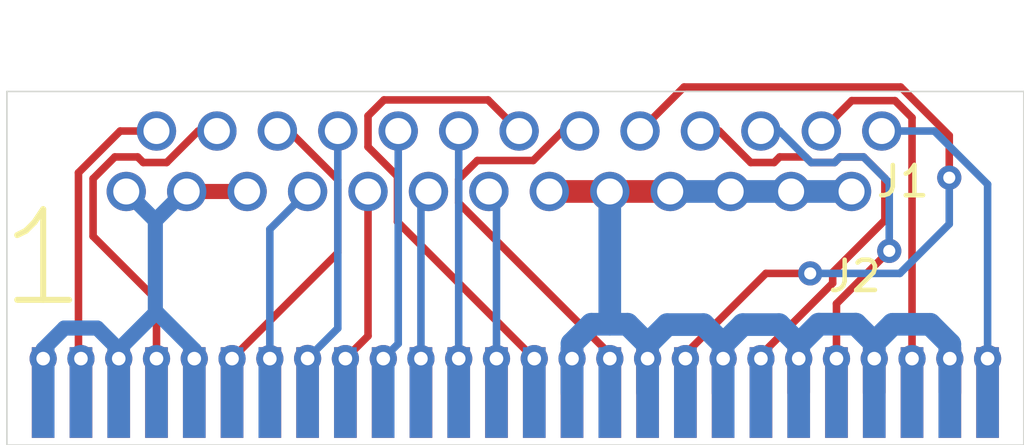
<source format=kicad_pcb>
(kicad_pcb (version 20171130) (host pcbnew "(5.1.5)-3")

  (general
    (thickness 1.6)
    (drawings 5)
    (tracks 185)
    (zones 0)
    (modules 2)
    (nets 20)
  )

  (page A4)
  (layers
    (0 F.Cu signal)
    (31 B.Cu signal)
    (32 B.Adhes user)
    (33 F.Adhes user)
    (34 B.Paste user)
    (35 F.Paste user)
    (36 B.SilkS user)
    (37 F.SilkS user)
    (38 B.Mask user)
    (39 F.Mask user)
    (40 Dwgs.User user)
    (41 Cmts.User user)
    (42 Eco1.User user)
    (43 Eco2.User user)
    (44 Edge.Cuts user)
    (45 Margin user)
    (46 B.CrtYd user)
    (47 F.CrtYd user)
    (48 B.Fab user)
    (49 F.Fab user)
  )

  (setup
    (last_trace_width 0.25)
    (user_trace_width 0.25)
    (user_trace_width 0.75)
    (trace_clearance 0.2)
    (zone_clearance 0.508)
    (zone_45_only no)
    (trace_min 0.2)
    (via_size 0.8)
    (via_drill 0.4)
    (via_min_size 0.4)
    (via_min_drill 0.3)
    (uvia_size 0.3)
    (uvia_drill 0.1)
    (uvias_allowed no)
    (uvia_min_size 0.2)
    (uvia_min_drill 0.1)
    (edge_width 0.05)
    (segment_width 0.2)
    (pcb_text_width 0.3)
    (pcb_text_size 1.5 1.5)
    (mod_edge_width 0.12)
    (mod_text_size 1 1)
    (mod_text_width 0.15)
    (pad_size 1.7 1.7)
    (pad_drill 1)
    (pad_to_mask_clearance 0.051)
    (solder_mask_min_width 0.25)
    (aux_axis_origin 0 0)
    (visible_elements 7FFFFFFF)
    (pcbplotparams
      (layerselection 0x010fc_ffffffff)
      (usegerberextensions false)
      (usegerberattributes false)
      (usegerberadvancedattributes false)
      (creategerberjobfile false)
      (excludeedgelayer true)
      (linewidth 0.100000)
      (plotframeref false)
      (viasonmask false)
      (mode 1)
      (useauxorigin false)
      (hpglpennumber 1)
      (hpglpenspeed 20)
      (hpglpendiameter 15.000000)
      (psnegative false)
      (psa4output false)
      (plotreference true)
      (plotvalue true)
      (plotinvisibletext false)
      (padsonsilk false)
      (subtractmaskfromsilk false)
      (outputformat 1)
      (mirror false)
      (drillshape 0)
      (scaleselection 1)
      (outputdirectory "gerber/"))
  )

  (net 0 "")
  (net 1 "Net-(J1-Pad26)")
  (net 2 "Net-(J1-Pad24)")
  (net 3 "Net-(J1-Pad2)")
  (net 4 "Net-(J1-Pad4)")
  (net 5 "Net-(J1-Pad6)")
  (net 6 "Net-(J1-Pad7)")
  (net 7 "Net-(J1-Pad8)")
  (net 8 "Net-(J1-Pad9)")
  (net 9 "Net-(J1-Pad10)")
  (net 10 "Net-(J1-Pad11)")
  (net 11 "Net-(J1-Pad12)")
  (net 12 "Net-(J1-Pad13)")
  (net 13 "Net-(J1-Pad14)")
  (net 14 "Net-(J1-Pad16)")
  (net 15 "Net-(J1-Pad18)")
  (net 16 "Net-(J1-Pad20)")
  (net 17 "Net-(J1-Pad22)")
  (net 18 GND)
  (net 19 VCC)

  (net_class Default "This is the default net class."
    (clearance 0.2)
    (trace_width 0.25)
    (via_dia 0.8)
    (via_drill 0.4)
    (uvia_dia 0.3)
    (uvia_drill 0.1)
    (add_net "Net-(J1-Pad10)")
    (add_net "Net-(J1-Pad11)")
    (add_net "Net-(J1-Pad12)")
    (add_net "Net-(J1-Pad13)")
    (add_net "Net-(J1-Pad14)")
    (add_net "Net-(J1-Pad16)")
    (add_net "Net-(J1-Pad18)")
    (add_net "Net-(J1-Pad2)")
    (add_net "Net-(J1-Pad20)")
    (add_net "Net-(J1-Pad22)")
    (add_net "Net-(J1-Pad24)")
    (add_net "Net-(J1-Pad26)")
    (add_net "Net-(J1-Pad4)")
    (add_net "Net-(J1-Pad6)")
    (add_net "Net-(J1-Pad7)")
    (add_net "Net-(J1-Pad8)")
    (add_net "Net-(J1-Pad9)")
  )

  (net_class power ""
    (clearance 0.3)
    (trace_width 0.75)
    (via_dia 1.5)
    (via_drill 0.8)
    (uvia_dia 0.3)
    (uvia_drill 0.1)
    (add_net GND)
  )

  (net_class power2 ""
    (clearance 0.3)
    (trace_width 0.5)
    (via_dia 1)
    (via_drill 0.5)
    (uvia_dia 0.3)
    (uvia_drill 0.1)
    (add_net VCC)
  )

  (module Connector:26pin_ffc_1mm (layer F.Cu) (tedit 63349608) (tstamp 62F71149)
    (at 124.142 52.8955 180)
    (path /62F6AA14)
    (fp_text reference J2 (at 0.89408 -7.51586) (layer F.SilkS)
      (effects (font (size 1 1) (thickness 0.15)))
    )
    (fp_text value Conn_01x26_Female (at 12.7381 0.7747) (layer F.Fab)
      (effects (font (size 1 1) (thickness 0.15)))
    )
    (fp_line (start -0.0381 -1.47066) (end -0.0381 -0.20066) (layer B.Paste) (width 0.12))
    (fp_line (start 0.99568 -1.4478) (end 0.99568 -0.1778) (layer B.Paste) (width 0.12))
    (fp_line (start 2.07518 -1.45796) (end 2.07518 -0.18796) (layer B.Paste) (width 0.12))
    (fp_line (start 4.21894 -1.44272) (end 2.94894 -1.44272) (layer B.Paste) (width 0.12))
    (fp_line (start 3.03784 -0.18796) (end 3.03784 -1.45796) (layer B.Paste) (width 0.12))
    (fp_line (start 5.48894 -0.17272) (end 4.21894 -0.17272) (layer B.Paste) (width 0.12))
    (fp_line (start 4.0132 -1.47066) (end 4.0132 -0.20066) (layer B.Paste) (width 0.12))
    (fp_line (start 6.75894 -1.44272) (end 5.48894 -1.44272) (layer B.Paste) (width 0.12))
    (fp_line (start 5.02158 -0.17526) (end 5.02158 -1.44526) (layer B.Paste) (width 0.12))
    (fp_line (start 8.02894 -0.17272) (end 6.75894 -0.17272) (layer B.Paste) (width 0.12))
    (fp_line (start 6.0198 -1.44526) (end 6.0198 -0.17526) (layer B.Paste) (width 0.12))
    (fp_line (start 9.29894 -1.44272) (end 8.02894 -1.44272) (layer B.Paste) (width 0.12))
    (fp_line (start 7.02818 -0.17526) (end 7.02818 -1.44526) (layer B.Paste) (width 0.12))
    (fp_line (start 10.56894 -0.17272) (end 9.29894 -0.17272) (layer B.Paste) (width 0.12))
    (fp_line (start 8.01878 -1.44526) (end 8.01878 -0.17526) (layer B.Paste) (width 0.12))
    (fp_line (start 11.83894 -1.44272) (end 10.56894 -1.44272) (layer B.Paste) (width 0.12))
    (fp_line (start 8.96874 -0.18796) (end 8.96874 -1.45796) (layer B.Paste) (width 0.12))
    (fp_line (start 13.10894 -0.17272) (end 11.83894 -0.17272) (layer B.Paste) (width 0.12))
    (fp_line (start 10.01014 -1.4351) (end 10.01014 -0.1651) (layer B.Paste) (width 0.12))
    (fp_line (start 14.37894 -1.44272) (end 13.10894 -1.44272) (layer B.Paste) (width 0.12))
    (fp_line (start 11.04138 -0.17526) (end 11.04138 -1.44526) (layer B.Paste) (width 0.12))
    (fp_line (start 15.64894 -0.17272) (end 14.37894 -0.17272) (layer B.Paste) (width 0.12))
    (fp_line (start 12.00404 -1.44526) (end 12.00404 -0.17526) (layer B.Paste) (width 0.12))
    (fp_line (start 16.91894 -1.44272) (end 15.64894 -1.44272) (layer B.Paste) (width 0.12))
    (fp_line (start 13.02766 -0.17018) (end 13.02766 -1.44018) (layer B.Paste) (width 0.12))
    (fp_line (start 18.18894 -0.17272) (end 16.91894 -0.17272) (layer B.Paste) (width 0.12))
    (fp_line (start 14.01318 -1.44526) (end 14.01318 -0.17526) (layer B.Paste) (width 0.12))
    (fp_line (start 19.45894 -1.44272) (end 18.18894 -1.44272) (layer B.Paste) (width 0.12))
    (fp_line (start 15.01394 -0.18034) (end 15.01394 -1.45034) (layer B.Paste) (width 0.12))
    (fp_line (start 20.72894 -0.17272) (end 19.45894 -0.17272) (layer B.Paste) (width 0.12))
    (fp_line (start 15.99692 -1.44526) (end 15.99692 -0.17526) (layer B.Paste) (width 0.12))
    (fp_line (start 21.99894 -1.44272) (end 20.72894 -1.44272) (layer B.Paste) (width 0.12))
    (fp_line (start 17.04594 -0.17018) (end 17.04594 -1.44018) (layer B.Paste) (width 0.12))
    (fp_line (start 23.26894 -0.17272) (end 21.99894 -0.17272) (layer B.Paste) (width 0.12))
    (fp_line (start 17.99082 -1.44526) (end 17.99082 -0.17526) (layer B.Paste) (width 0.12))
    (fp_line (start 24.53894 -1.44272) (end 23.26894 -1.44272) (layer B.Paste) (width 0.12))
    (fp_line (start 18.98142 -0.17526) (end 18.98142 -1.44526) (layer B.Paste) (width 0.12))
    (fp_line (start 25.80894 -0.17272) (end 24.53894 -0.17272) (layer B.Paste) (width 0.12))
    (fp_line (start 19.95424 -1.45034) (end 19.95424 -0.18034) (layer B.Paste) (width 0.12))
    (fp_line (start 21.00326 -0.18034) (end 21.00326 -1.45034) (layer B.Paste) (width 0.12))
    (fp_line (start 21.99894 -1.44272) (end 21.99894 -0.17272) (layer B.Paste) (width 0.12))
    (fp_line (start 23.01494 -0.17272) (end 23.01494 -1.44272) (layer B.Paste) (width 0.12))
    (fp_line (start 24.08174 -1.44272) (end 24.08174 -0.17272) (layer B.Paste) (width 0.12))
    (fp_line (start 25.06472 -0.16256) (end 25.06472 -1.43256) (layer B.Paste) (width 0.12))
    (fp_line (start -2 -1.44272) (end 26 -1.44272) (layer B.Paste) (width 0.12))
    (fp_line (start 26 -6.56272) (end 26 -0.17272) (layer B.Paste) (width 0.12))
    (fp_line (start -2 -6.56272) (end -2 -0.17272) (layer B.Paste) (width 0.12))
    (fp_line (start 26 -0.17272) (end -2 -0.17272) (layer B.Paste) (width 0.12))
    (fp_line (start -2 -6.56272) (end 26 -6.56272) (layer B.Paste) (width 0.12))
    (pad 25 thru_hole circle (at 1 -4.713 180) (size 1.3 1.3) (drill 0.86) (layers *.Cu *.Mask)
      (net 18 GND))
    (pad 26 thru_hole circle (at 0 -2.71272 180) (size 1.3 1.3) (drill 0.86) (layers *.Cu *.Mask)
      (net 1 "Net-(J1-Pad26)"))
    (pad 24 thru_hole circle (at 2 -2.71272 180) (size 1.3 1.3) (drill 0.86) (layers *.Cu *.Mask)
      (net 2 "Net-(J1-Pad24)"))
    (pad 1 thru_hole circle (at 25 -4.713 180) (size 1.3 1.3) (drill 0.86) (layers *.Cu *.Mask)
      (net 19 VCC))
    (pad 2 thru_hole circle (at 24 -2.71272 180) (size 1.3 1.3) (drill 0.86) (layers *.Cu *.Mask)
      (net 3 "Net-(J1-Pad2)"))
    (pad 3 thru_hole circle (at 23 -4.713 180) (size 1.3 1.3) (drill 0.86) (layers *.Cu *.Mask)
      (net 19 VCC))
    (pad 4 thru_hole circle (at 22 -2.71272 180) (size 1.3 1.3) (drill 0.86) (layers *.Cu *.Mask)
      (net 4 "Net-(J1-Pad4)"))
    (pad 5 thru_hole circle (at 21 -4.713 180) (size 1.3 1.3) (drill 0.86) (layers *.Cu *.Mask)
      (net 19 VCC))
    (pad 6 thru_hole circle (at 20 -2.71272 180) (size 1.3 1.3) (drill 0.86) (layers *.Cu *.Mask)
      (net 5 "Net-(J1-Pad6)"))
    (pad 7 thru_hole circle (at 19 -4.713 180) (size 1.3 1.3) (drill 0.86) (layers *.Cu *.Mask)
      (net 6 "Net-(J1-Pad7)"))
    (pad 8 thru_hole circle (at 18 -2.71272 180) (size 1.3 1.3) (drill 0.86) (layers *.Cu *.Mask)
      (net 7 "Net-(J1-Pad8)"))
    (pad 9 thru_hole circle (at 17 -4.713 180) (size 1.3 1.3) (drill 0.86) (layers *.Cu *.Mask)
      (net 8 "Net-(J1-Pad9)"))
    (pad 10 thru_hole circle (at 16 -2.71272 180) (size 1.3 1.3) (drill 0.86) (layers *.Cu *.Mask)
      (net 9 "Net-(J1-Pad10)"))
    (pad 11 thru_hole circle (at 15 -4.713 180) (size 1.3 1.3) (drill 0.86) (layers *.Cu *.Mask)
      (net 10 "Net-(J1-Pad11)"))
    (pad 12 thru_hole circle (at 14 -2.71272 180) (size 1.3 1.3) (drill 0.86) (layers *.Cu *.Mask)
      (net 11 "Net-(J1-Pad12)"))
    (pad 13 thru_hole circle (at 13 -4.713 180) (size 1.3 1.3) (drill 0.86) (layers *.Cu *.Mask)
      (net 12 "Net-(J1-Pad13)"))
    (pad 14 thru_hole circle (at 12 -2.71272 180) (size 1.3 1.3) (drill 0.86) (layers *.Cu *.Mask)
      (net 13 "Net-(J1-Pad14)"))
    (pad 15 thru_hole circle (at 11 -4.713 180) (size 1.3 1.3) (drill 0.86) (layers *.Cu *.Mask)
      (net 18 GND))
    (pad 16 thru_hole circle (at 10 -2.71272 180) (size 1.3 1.3) (drill 0.86) (layers *.Cu *.Mask)
      (net 14 "Net-(J1-Pad16)"))
    (pad 17 thru_hole circle (at 9 -4.713 180) (size 1.3 1.3) (drill 0.86) (layers *.Cu *.Mask)
      (net 18 GND))
    (pad 18 thru_hole circle (at 8 -2.71272 180) (size 1.3 1.3) (drill 0.86) (layers *.Cu *.Mask)
      (net 15 "Net-(J1-Pad18)"))
    (pad 19 thru_hole circle (at 7 -4.713 180) (size 1.3 1.3) (drill 0.86) (layers *.Cu *.Mask)
      (net 18 GND))
    (pad 20 thru_hole circle (at 6 -2.71272 180) (size 1.3 1.3) (drill 0.86) (layers *.Cu *.Mask)
      (net 16 "Net-(J1-Pad20)"))
    (pad 21 thru_hole circle (at 5 -4.713 180) (size 1.3 1.3) (drill 0.86) (layers *.Cu *.Mask)
      (net 18 GND))
    (pad 22 thru_hole circle (at 4 -2.71272 180) (size 1.3 1.3) (drill 0.86) (layers *.Cu *.Mask)
      (net 17 "Net-(J1-Pad22)"))
    (pad 23 thru_hole circle (at 3 -4.713 180) (size 1.3 1.3) (drill 0.86) (layers *.Cu *.Mask)
      (net 18 GND))
  )

  (module Connector:fdd_26_pin_insert_both_sides (layer F.Cu) (tedit 63B1D47D) (tstamp 62F710FA)
    (at 96.393 64.389)
    (path /62F680CE)
    (fp_text reference J1 (at 28.448 -7.112) (layer F.SilkS)
      (effects (font (size 1 1) (thickness 0.15)))
    )
    (fp_text value Conn_01x26_Female (at 14.28496 -5.74802) (layer F.Fab)
      (effects (font (size 1 1) (thickness 0.15)))
    )
    (pad 26 thru_hole circle (at 31.25 -1.25) (size 0.9 0.9) (drill 0.45) (layers *.Cu *.Mask)
      (net 1 "Net-(J1-Pad26)"))
    (pad 25 thru_hole circle (at 30 -1.25) (size 0.9 0.9) (drill 0.45) (layers *.Cu *.Mask)
      (net 18 GND))
    (pad 24 thru_hole circle (at 28.75 -1.25) (size 0.9 0.9) (drill 0.45) (layers *.Cu *.Mask)
      (net 2 "Net-(J1-Pad24)"))
    (pad 23 thru_hole circle (at 27.5 -1.25) (size 0.9 0.9) (drill 0.45) (layers *.Cu *.Mask)
      (net 18 GND))
    (pad 22 thru_hole circle (at 26.25 -1.25) (size 0.9 0.9) (drill 0.45) (layers *.Cu *.Mask)
      (net 17 "Net-(J1-Pad22)"))
    (pad 21 thru_hole circle (at 25 -1.25) (size 0.9 0.9) (drill 0.45) (layers *.Cu *.Mask)
      (net 18 GND))
    (pad 20 thru_hole circle (at 23.75 -1.25) (size 0.9 0.9) (drill 0.45) (layers *.Cu *.Mask)
      (net 16 "Net-(J1-Pad20)"))
    (pad 19 thru_hole circle (at 22.5 -1.25) (size 0.9 0.9) (drill 0.45) (layers *.Cu *.Mask)
      (net 18 GND))
    (pad 18 thru_hole circle (at 21.25 -1.25) (size 0.9 0.9) (drill 0.45) (layers *.Cu *.Mask)
      (net 15 "Net-(J1-Pad18)"))
    (pad 17 thru_hole circle (at 20 -1.25) (size 0.9 0.9) (drill 0.45) (layers *.Cu *.Mask)
      (net 18 GND))
    (pad 16 thru_hole circle (at 18.75 -1.25) (size 0.9 0.9) (drill 0.45) (layers *.Cu *.Mask)
      (net 14 "Net-(J1-Pad16)"))
    (pad 15 thru_hole circle (at 17.5 -1.25 90) (size 0.9 0.9) (drill 0.45) (layers *.Cu *.Mask)
      (net 18 GND))
    (pad 14 thru_hole circle (at 16.25 -1.25) (size 0.9 0.9) (drill 0.45) (layers *.Cu *.Mask)
      (net 13 "Net-(J1-Pad14)"))
    (pad 13 thru_hole circle (at 15 -1.25) (size 0.9 0.9) (drill 0.45) (layers *.Cu *.Mask)
      (net 12 "Net-(J1-Pad13)"))
    (pad 12 thru_hole circle (at 13.75 -1.25) (size 0.9 0.9) (drill 0.45) (layers *.Cu *.Mask)
      (net 11 "Net-(J1-Pad12)"))
    (pad 11 thru_hole circle (at 12.5 -1.25) (size 0.9 0.9) (drill 0.45) (layers *.Cu *.Mask)
      (net 10 "Net-(J1-Pad11)"))
    (pad 10 thru_hole circle (at 11.25474 -1.25) (size 0.9 0.9) (drill 0.45) (layers *.Cu *.Mask)
      (net 9 "Net-(J1-Pad10)"))
    (pad 9 thru_hole circle (at 10 -1.25) (size 0.9 0.9) (drill 0.45) (layers *.Cu *.Mask)
      (net 8 "Net-(J1-Pad9)"))
    (pad 8 thru_hole circle (at 8.75 -1.25476) (size 0.9 0.9) (drill 0.45) (layers *.Cu *.Mask)
      (net 7 "Net-(J1-Pad8)"))
    (pad 7 thru_hole circle (at 7.5 -1.25) (size 0.9 0.9) (drill 0.45) (layers *.Cu *.Mask)
      (net 6 "Net-(J1-Pad7)"))
    (pad 6 thru_hole circle (at 6.25 -1.25) (size 0.9 0.9) (drill 0.45) (layers *.Cu *.Mask)
      (net 5 "Net-(J1-Pad6)"))
    (pad 5 thru_hole circle (at 5 -1.25) (size 0.9 0.9) (drill 0.45) (layers *.Cu *.Mask)
      (net 19 VCC))
    (pad 4 thru_hole circle (at 3.75 -1.25) (size 0.9 0.9) (drill 0.45) (layers *.Cu *.Mask)
      (net 4 "Net-(J1-Pad4)"))
    (pad 3 thru_hole circle (at 2.5 -1.25) (size 0.9 0.9) (drill 0.45) (layers *.Cu *.Mask)
      (net 19 VCC))
    (pad 2 thru_hole circle (at 1.25 -1.25 90) (size 0.9 0.9) (drill 0.45) (layers *.Cu *.Mask)
      (net 3 "Net-(J1-Pad2)"))
    (pad 1 thru_hole circle (at 0 -1.25) (size 0.9 0.9) (drill 0.45) (layers *.Cu *.Mask)
      (net 19 VCC))
    (pad 26 connect rect (at 31.25 -0.127) (size 0.75 3) (layers F.Cu B.Mask)
      (net 1 "Net-(J1-Pad26)"))
    (pad 25 connect rect (at 30 -0.127) (size 0.75 3) (layers F.Cu B.Mask)
      (net 18 GND))
    (pad 24 connect rect (at 28.75 -0.127) (size 0.75 3) (layers F.Cu B.Mask)
      (net 2 "Net-(J1-Pad24)"))
    (pad 23 connect rect (at 27.5 -0.127) (size 0.75 3) (layers F.Cu B.Mask)
      (net 18 GND))
    (pad 22 connect rect (at 26.25 -0.127) (size 0.75 3) (layers F.Cu B.Mask)
      (net 17 "Net-(J1-Pad22)"))
    (pad 21 connect rect (at 25 -0.127) (size 0.75 3) (layers F.Cu B.Mask)
      (net 18 GND))
    (pad 20 connect rect (at 23.75 -0.127) (size 0.75 3) (layers F.Cu B.Mask)
      (net 16 "Net-(J1-Pad20)"))
    (pad 19 connect rect (at 22.5 -0.127) (size 0.75 3) (layers F.Cu B.Mask)
      (net 18 GND))
    (pad 18 connect rect (at 21.25 -0.127) (size 0.75 3) (layers F.Cu B.Mask)
      (net 15 "Net-(J1-Pad18)"))
    (pad 17 connect rect (at 20 -0.127) (size 0.75 3) (layers F.Cu B.Mask)
      (net 18 GND))
    (pad 16 connect rect (at 18.75 -0.127) (size 0.75 3) (layers F.Cu B.Mask)
      (net 14 "Net-(J1-Pad16)"))
    (pad 15 connect rect (at 17.5 -0.127) (size 0.75 3) (layers F.Cu B.Mask)
      (net 18 GND))
    (pad 14 connect rect (at 16.25 -0.127) (size 0.75 3) (layers F.Cu B.Mask)
      (net 13 "Net-(J1-Pad14)"))
    (pad 13 connect rect (at 15 -0.127) (size 0.75 3) (layers F.Cu B.Mask)
      (net 12 "Net-(J1-Pad13)"))
    (pad 12 connect rect (at 13.75 -0.127) (size 0.75 3) (layers F.Cu B.Mask)
      (net 11 "Net-(J1-Pad12)"))
    (pad 11 connect rect (at 12.5 -0.127) (size 0.75 3) (layers F.Cu B.Mask)
      (net 10 "Net-(J1-Pad11)"))
    (pad 10 connect rect (at 11.25 -0.127) (size 0.75 3) (layers F.Cu B.Mask)
      (net 9 "Net-(J1-Pad10)"))
    (pad 9 connect rect (at 10 -0.127) (size 0.75 3) (layers F.Cu B.Mask)
      (net 8 "Net-(J1-Pad9)"))
    (pad 8 connect rect (at 8.75 -0.127) (size 0.75 3) (layers F.Cu B.Mask)
      (net 7 "Net-(J1-Pad8)"))
    (pad 7 connect rect (at 7.5 -0.127) (size 0.75 3) (layers F.Cu B.Mask)
      (net 6 "Net-(J1-Pad7)"))
    (pad 6 connect rect (at 6.25 -0.127) (size 0.75 3) (layers F.Cu B.Mask)
      (net 5 "Net-(J1-Pad6)"))
    (pad 5 connect rect (at 5 -0.127) (size 0.75 3) (layers F.Cu B.Mask)
      (net 19 VCC))
    (pad 4 connect rect (at 3.75 -0.127) (size 0.75 3) (layers F.Cu B.Mask)
      (net 4 "Net-(J1-Pad4)"))
    (pad 3 connect rect (at 2.5 -0.127) (size 0.75 3) (layers F.Cu B.Mask)
      (net 19 VCC))
    (pad 2 connect rect (at 1.25 -0.127) (size 0.75 3) (layers F.Cu B.Mask)
      (net 3 "Net-(J1-Pad2)"))
    (pad 1 connect rect (at 0 -0.127) (size 0.75 3) (layers F.Cu B.Mask)
      (net 19 VCC))
    (pad 1 connect rect (at 0 -0.127) (size 0.75 3) (layers B.Cu B.Mask)
      (net 19 VCC))
    (pad 2 connect rect (at 1.25 -0.127) (size 0.75 3) (layers B.Cu B.Mask)
      (net 3 "Net-(J1-Pad2)"))
    (pad 3 connect rect (at 2.5 -0.127) (size 0.75 3) (layers B.Cu B.Mask)
      (net 19 VCC))
    (pad 4 connect rect (at 3.75 -0.127) (size 0.75 3) (layers B.Cu B.Mask)
      (net 4 "Net-(J1-Pad4)"))
    (pad 5 connect rect (at 5 -0.127) (size 0.75 3) (layers B.Cu B.Mask)
      (net 19 VCC))
    (pad 6 connect rect (at 6.25 -0.127) (size 0.75 3) (layers B.Cu B.Mask)
      (net 5 "Net-(J1-Pad6)"))
    (pad 7 connect rect (at 7.5 -0.127) (size 0.75 3) (layers B.Cu B.Mask)
      (net 6 "Net-(J1-Pad7)"))
    (pad 8 connect rect (at 8.75 -0.127) (size 0.75 3) (layers B.Cu B.Mask)
      (net 7 "Net-(J1-Pad8)"))
    (pad 9 connect rect (at 10 -0.127) (size 0.75 3) (layers B.Cu B.Mask)
      (net 8 "Net-(J1-Pad9)"))
    (pad 10 connect rect (at 11.25 -0.127) (size 0.75 3) (layers B.Cu B.Mask)
      (net 9 "Net-(J1-Pad10)"))
    (pad 11 connect rect (at 12.5 -0.127) (size 0.75 3) (layers B.Cu B.Mask)
      (net 10 "Net-(J1-Pad11)"))
    (pad 12 connect rect (at 13.75 -0.127) (size 0.75 3) (layers B.Cu B.Mask)
      (net 11 "Net-(J1-Pad12)"))
    (pad 13 connect rect (at 15 -0.127) (size 0.75 3) (layers B.Cu B.Mask)
      (net 12 "Net-(J1-Pad13)"))
    (pad 14 connect rect (at 16.25 -0.127) (size 0.75 3) (layers B.Cu B.Mask)
      (net 13 "Net-(J1-Pad14)"))
    (pad 15 connect rect (at 17.5 -0.127) (size 0.75 3) (layers B.Cu B.Mask)
      (net 18 GND))
    (pad 16 connect rect (at 18.75 -0.127) (size 0.75 3) (layers B.Cu B.Mask)
      (net 14 "Net-(J1-Pad16)"))
    (pad 17 connect rect (at 20 -0.127) (size 0.75 3) (layers B.Cu B.Mask)
      (net 18 GND))
    (pad 18 connect rect (at 21.25 -0.127) (size 0.75 3) (layers B.Cu B.Mask)
      (net 15 "Net-(J1-Pad18)"))
    (pad 19 connect rect (at 22.5 -0.127) (size 0.75 3) (layers B.Cu B.Mask)
      (net 18 GND))
    (pad 20 connect rect (at 23.75 -0.127) (size 0.75 3) (layers B.Cu B.Mask)
      (net 16 "Net-(J1-Pad20)"))
    (pad 21 connect rect (at 25 -0.127) (size 0.75 3) (layers B.Cu B.Mask)
      (net 18 GND))
    (pad 22 connect rect (at 26.25 -0.127) (size 0.75 3) (layers B.Cu B.Mask)
      (net 17 "Net-(J1-Pad22)"))
    (pad 23 connect rect (at 27.5 -0.127) (size 0.75 3) (layers B.Cu B.Mask)
      (net 18 GND))
    (pad 24 connect rect (at 28.75 -0.127) (size 0.75 3) (layers B.Cu B.Mask)
      (net 2 "Net-(J1-Pad24)"))
    (pad 25 connect rect (at 30 -0.127) (size 0.75 3) (layers B.Cu B.Mask)
      (net 18 GND))
    (pad 26 connect rect (at 31.25 -0.127) (size 0.75 3) (layers B.Cu B.Mask)
      (net 1 "Net-(J1-Pad26)"))
  )

  (gr_text 1 (at 96.393 59.817) (layer F.SilkS)
    (effects (font (size 3 3) (thickness 0.2)))
  )
  (gr_line (start 128.843 66) (end 95.193 66) (layer Edge.Cuts) (width 0.05))
  (gr_line (start 95.193 66) (end 95.193 54.3) (layer Edge.Cuts) (width 0.05))
  (gr_line (start 128.843 54.3) (end 128.843 66) (layer Edge.Cuts) (width 0.05))
  (gr_line (start 95.193 54.3) (end 128.843 54.3) (layer Edge.Cuts) (width 0.05))

  (segment (start 127.643 63.139) (end 127.643 57.3712) (width 0.25) (layer B.Cu) (net 1))
  (segment (start 127.643 57.3712) (end 125.88 55.6082) (width 0.25) (layer B.Cu) (net 1))
  (segment (start 125.88 55.6082) (end 124.142 55.6082) (width 0.25) (layer B.Cu) (net 1))
  (segment (start 127.643 64.262) (end 127.643 63.139) (width 0.25) (layer B.Cu) (net 1))
  (segment (start 127.643 64.262) (end 127.643 63.139) (width 0.25) (layer F.Cu) (net 1))
  (segment (start 125.143 63.139) (end 125.143 55.1681) (width 0.25) (layer F.Cu) (net 2))
  (segment (start 125.143 55.1681) (end 124.5774 54.6025) (width 0.25) (layer F.Cu) (net 2))
  (segment (start 124.5774 54.6025) (end 123.1477 54.6025) (width 0.25) (layer F.Cu) (net 2))
  (segment (start 123.1477 54.6025) (end 122.142 55.6082) (width 0.25) (layer F.Cu) (net 2))
  (segment (start 125.143 64.262) (end 125.143 63.139) (width 0.25) (layer F.Cu) (net 2))
  (segment (start 125.143 64.262) (end 125.143 63.139) (width 0.25) (layer B.Cu) (net 2))
  (segment (start 97.643 63.139) (end 97.643 64.262) (width 0.25) (layer F.Cu) (net 3))
  (segment (start 100.142 55.6082) (end 98.9398 55.6082) (width 0.25) (layer F.Cu) (net 3))
  (segment (start 98.9398 55.6082) (end 97.561 56.987) (width 0.25) (layer F.Cu) (net 3))
  (segment (start 97.561 56.987) (end 97.561 63.057) (width 0.25) (layer F.Cu) (net 3))
  (segment (start 97.561 63.057) (end 97.643 63.139) (width 0.25) (layer F.Cu) (net 3))
  (segment (start 97.643 64.262) (end 97.643 63.139) (width 0.25) (layer B.Cu) (net 3))
  (segment (start 100.143 64.262) (end 100.143 63.139) (width 0.25) (layer B.Cu) (net 4))
  (segment (start 100.143 63.139) (end 100.143 61.1893) (width 0.25) (layer F.Cu) (net 4))
  (segment (start 100.143 61.1893) (end 98.0445 59.0908) (width 0.25) (layer F.Cu) (net 4))
  (segment (start 98.0445 59.0908) (end 98.0445 57.1851) (width 0.25) (layer F.Cu) (net 4))
  (segment (start 98.0445 57.1851) (end 98.7634 56.4662) (width 0.25) (layer F.Cu) (net 4))
  (segment (start 98.7634 56.4662) (end 99.5206 56.4662) (width 0.25) (layer F.Cu) (net 4))
  (segment (start 99.5206 56.4662) (end 99.7049 56.6505) (width 0.25) (layer F.Cu) (net 4))
  (segment (start 99.7049 56.6505) (end 100.4792 56.6505) (width 0.25) (layer F.Cu) (net 4))
  (segment (start 100.4792 56.6505) (end 101.5215 55.6082) (width 0.25) (layer F.Cu) (net 4))
  (segment (start 101.5215 55.6082) (end 102.142 55.6082) (width 0.25) (layer F.Cu) (net 4))
  (segment (start 100.143 64.262) (end 100.143 63.139) (width 0.25) (layer F.Cu) (net 4))
  (segment (start 102.643 63.139) (end 106.142 59.64) (width 0.25) (layer F.Cu) (net 5))
  (segment (start 106.142 59.64) (end 106.142 57.2155) (width 0.25) (layer F.Cu) (net 5))
  (segment (start 106.142 57.2155) (end 104.5347 55.6082) (width 0.25) (layer F.Cu) (net 5))
  (segment (start 104.5347 55.6082) (end 104.142 55.6082) (width 0.25) (layer F.Cu) (net 5))
  (segment (start 102.643 64.262) (end 102.643 63.139) (width 0.25) (layer F.Cu) (net 5))
  (segment (start 102.643 64.262) (end 102.643 63.139) (width 0.25) (layer B.Cu) (net 5))
  (segment (start 103.893 63.139) (end 103.893 58.8575) (width 0.25) (layer B.Cu) (net 6))
  (segment (start 103.893 58.8575) (end 105.142 57.6085) (width 0.25) (layer B.Cu) (net 6))
  (segment (start 103.893 64.262) (end 103.893 63.139) (width 0.25) (layer B.Cu) (net 6))
  (segment (start 103.893 64.262) (end 103.893 63.139) (width 0.25) (layer F.Cu) (net 6))
  (segment (start 105.143 63.1342) (end 106.142 62.1352) (width 0.25) (layer B.Cu) (net 7))
  (segment (start 106.142 62.1352) (end 106.142 55.6082) (width 0.25) (layer B.Cu) (net 7))
  (segment (start 105.143 64.262) (end 105.143 63.1342) (width 0.25) (layer B.Cu) (net 7))
  (segment (start 105.143 64.262) (end 105.143 63.1342) (width 0.25) (layer F.Cu) (net 7))
  (segment (start 106.393 63.139) (end 107.142 62.39) (width 0.25) (layer F.Cu) (net 8))
  (segment (start 107.142 62.39) (end 107.142 57.6085) (width 0.25) (layer F.Cu) (net 8))
  (segment (start 106.393 64.262) (end 106.393 63.139) (width 0.25) (layer F.Cu) (net 8))
  (segment (start 106.393 64.262) (end 106.393 63.139) (width 0.25) (layer B.Cu) (net 8))
  (segment (start 107.6477 63.139) (end 108.142 62.6447) (width 0.25) (layer B.Cu) (net 9))
  (segment (start 108.142 62.6447) (end 108.142 55.6082) (width 0.25) (layer B.Cu) (net 9))
  (segment (start 107.643 64.262) (end 107.6477 64.2573) (width 0.25) (layer B.Cu) (net 9))
  (segment (start 107.6477 64.2573) (end 107.6477 63.139) (width 0.25) (layer B.Cu) (net 9))
  (segment (start 107.643 64.262) (end 107.6477 64.2573) (width 0.25) (layer F.Cu) (net 9))
  (segment (start 107.6477 64.2573) (end 107.6477 63.139) (width 0.25) (layer F.Cu) (net 9))
  (segment (start 108.893 63.139) (end 108.893 57.8575) (width 0.25) (layer B.Cu) (net 10))
  (segment (start 108.893 57.8575) (end 109.142 57.6085) (width 0.25) (layer B.Cu) (net 10))
  (segment (start 108.893 64.262) (end 108.893 63.139) (width 0.25) (layer B.Cu) (net 10))
  (segment (start 108.893 64.262) (end 108.893 63.139) (width 0.25) (layer F.Cu) (net 10))
  (segment (start 110.143 63.139) (end 110.142 63.138) (width 0.25) (layer B.Cu) (net 11))
  (segment (start 110.142 63.138) (end 110.142 55.6082) (width 0.25) (layer B.Cu) (net 11))
  (segment (start 110.143 64.262) (end 110.143 63.139) (width 0.25) (layer B.Cu) (net 11))
  (segment (start 110.143 64.262) (end 110.143 63.139) (width 0.25) (layer F.Cu) (net 11))
  (segment (start 111.393 63.139) (end 111.393 57.8595) (width 0.25) (layer B.Cu) (net 12))
  (segment (start 111.393 57.8595) (end 111.142 57.6085) (width 0.25) (layer B.Cu) (net 12))
  (segment (start 111.393 64.262) (end 111.393 63.139) (width 0.25) (layer B.Cu) (net 12))
  (segment (start 111.393 64.262) (end 111.393 63.139) (width 0.25) (layer F.Cu) (net 12))
  (segment (start 112.643 63.139) (end 108.1174 58.6134) (width 0.25) (layer F.Cu) (net 13))
  (segment (start 108.1174 58.6134) (end 108.1174 57.1084) (width 0.25) (layer F.Cu) (net 13))
  (segment (start 108.1174 57.1084) (end 107.142 56.133) (width 0.25) (layer F.Cu) (net 13))
  (segment (start 107.142 56.133) (end 107.142 55.108) (width 0.25) (layer F.Cu) (net 13))
  (segment (start 107.142 55.108) (end 107.6706 54.5794) (width 0.25) (layer F.Cu) (net 13))
  (segment (start 107.6706 54.5794) (end 111.1132 54.5794) (width 0.25) (layer F.Cu) (net 13))
  (segment (start 111.1132 54.5794) (end 112.142 55.6082) (width 0.25) (layer F.Cu) (net 13))
  (segment (start 112.643 64.262) (end 112.643 63.139) (width 0.25) (layer F.Cu) (net 13))
  (segment (start 112.643 64.262) (end 112.643 63.139) (width 0.25) (layer B.Cu) (net 13))
  (segment (start 115.143 63.139) (end 115.143 62.989) (width 0.25) (layer F.Cu) (net 14))
  (segment (start 115.143 62.989) (end 110.142 57.988) (width 0.25) (layer F.Cu) (net 14))
  (segment (start 110.142 57.988) (end 110.142 57.2017) (width 0.25) (layer F.Cu) (net 14))
  (segment (start 110.142 57.2017) (end 110.7601 56.5836) (width 0.25) (layer F.Cu) (net 14))
  (segment (start 110.7601 56.5836) (end 112.6083 56.5836) (width 0.25) (layer F.Cu) (net 14))
  (segment (start 112.6083 56.5836) (end 113.5837 55.6082) (width 0.25) (layer F.Cu) (net 14))
  (segment (start 113.5837 55.6082) (end 114.142 55.6082) (width 0.25) (layer F.Cu) (net 14))
  (segment (start 115.143 64.262) (end 115.143 63.139) (width 0.25) (layer F.Cu) (net 14))
  (segment (start 115.143 64.262) (end 115.143 63.139) (width 0.25) (layer B.Cu) (net 14))
  (segment (start 126.3752 57.1516) (end 126.3752 55.7593) (width 0.25) (layer F.Cu) (net 15))
  (segment (start 126.3752 55.7593) (end 124.768 54.1521) (width 0.25) (layer F.Cu) (net 15))
  (segment (start 124.768 54.1521) (end 117.5981 54.1521) (width 0.25) (layer F.Cu) (net 15))
  (segment (start 117.5981 54.1521) (end 116.142 55.6082) (width 0.25) (layer F.Cu) (net 15))
  (segment (start 121.7734 60.3193) (end 124.7407 60.3193) (width 0.25) (layer B.Cu) (net 15))
  (segment (start 124.7407 60.3193) (end 126.3752 58.6848) (width 0.25) (layer B.Cu) (net 15))
  (segment (start 126.3752 58.6848) (end 126.3752 57.1516) (width 0.25) (layer B.Cu) (net 15))
  (segment (start 117.643 63.139) (end 117.643 62.984) (width 0.25) (layer F.Cu) (net 15))
  (segment (start 117.643 62.984) (end 120.3077 60.3193) (width 0.25) (layer F.Cu) (net 15))
  (segment (start 120.3077 60.3193) (end 121.7734 60.3193) (width 0.25) (layer F.Cu) (net 15))
  (segment (start 117.643 64.262) (end 117.643 63.139) (width 0.25) (layer F.Cu) (net 15))
  (segment (start 117.643 64.262) (end 117.643 63.139) (width 0.25) (layer B.Cu) (net 15))
  (via (at 126.3752 57.1516) (size 0.8) (layers F.Cu B.Cu) (net 15))
  (via (at 121.7734 60.3193) (size 0.8) (layers F.Cu B.Cu) (net 15))
  (segment (start 120.143 63.139) (end 120.143 63.0174) (width 0.25) (layer F.Cu) (net 16))
  (segment (start 120.143 63.0174) (end 122.5172 60.6432) (width 0.25) (layer F.Cu) (net 16))
  (segment (start 122.5172 60.6432) (end 122.5172 60.2857) (width 0.25) (layer F.Cu) (net 16))
  (segment (start 122.5172 60.2857) (end 124.2444 58.5585) (width 0.25) (layer F.Cu) (net 16))
  (segment (start 124.2444 58.5585) (end 124.2444 57.1696) (width 0.25) (layer F.Cu) (net 16))
  (segment (start 124.2444 57.1696) (end 123.541 56.4662) (width 0.25) (layer F.Cu) (net 16))
  (segment (start 123.541 56.4662) (end 122.7635 56.4662) (width 0.25) (layer F.Cu) (net 16))
  (segment (start 122.7635 56.4662) (end 122.5792 56.6505) (width 0.25) (layer F.Cu) (net 16))
  (segment (start 122.5792 56.6505) (end 121.8049 56.6505) (width 0.25) (layer F.Cu) (net 16))
  (segment (start 121.8049 56.6505) (end 121.6206 56.4662) (width 0.25) (layer F.Cu) (net 16))
  (segment (start 121.6206 56.4662) (end 120.7635 56.4662) (width 0.25) (layer F.Cu) (net 16))
  (segment (start 120.7635 56.4662) (end 120.5792 56.6505) (width 0.25) (layer F.Cu) (net 16))
  (segment (start 120.5792 56.6505) (end 119.8049 56.6505) (width 0.25) (layer F.Cu) (net 16))
  (segment (start 119.8049 56.6505) (end 118.7626 55.6082) (width 0.25) (layer F.Cu) (net 16))
  (segment (start 118.7626 55.6082) (end 118.142 55.6082) (width 0.25) (layer F.Cu) (net 16))
  (segment (start 120.143 64.262) (end 120.143 63.139) (width 0.25) (layer F.Cu) (net 16))
  (segment (start 120.143 64.262) (end 120.143 63.139) (width 0.25) (layer B.Cu) (net 16))
  (segment (start 122.643 63.139) (end 122.643 61.3209) (width 0.25) (layer F.Cu) (net 17))
  (segment (start 122.643 61.3209) (end 124.3892 59.5747) (width 0.25) (layer F.Cu) (net 17))
  (segment (start 120.142 55.6082) (end 120.7626 55.6082) (width 0.25) (layer B.Cu) (net 17))
  (segment (start 120.7626 55.6082) (end 121.8049 56.6505) (width 0.25) (layer B.Cu) (net 17))
  (segment (start 121.8049 56.6505) (end 122.5792 56.6505) (width 0.25) (layer B.Cu) (net 17))
  (segment (start 122.5792 56.6505) (end 122.7635 56.4662) (width 0.25) (layer B.Cu) (net 17))
  (segment (start 122.7635 56.4662) (end 123.537 56.4662) (width 0.25) (layer B.Cu) (net 17))
  (segment (start 123.537 56.4662) (end 124.3892 57.3184) (width 0.25) (layer B.Cu) (net 17))
  (segment (start 124.3892 57.3184) (end 124.3892 59.5747) (width 0.25) (layer B.Cu) (net 17))
  (segment (start 122.643 64.262) (end 122.643 63.139) (width 0.25) (layer F.Cu) (net 17))
  (segment (start 122.643 64.262) (end 122.643 63.139) (width 0.25) (layer B.Cu) (net 17))
  (via (at 124.3892 59.5747) (size 0.8) (layers F.Cu B.Cu) (net 17))
  (segment (start 123.893 62.6097) (end 123.893 63.139) (width 0.75) (layer B.Cu) (net 18))
  (segment (start 126.393 63.139) (end 126.393 62.6568) (width 0.75) (layer B.Cu) (net 18))
  (segment (start 126.393 62.6568) (end 125.7395 62.0033) (width 0.75) (layer B.Cu) (net 18))
  (segment (start 125.7395 62.0033) (end 124.4994 62.0033) (width 0.75) (layer B.Cu) (net 18))
  (segment (start 124.4994 62.0033) (end 123.893 62.6097) (width 0.75) (layer B.Cu) (net 18))
  (segment (start 123.893 62.6097) (end 123.2826 61.9993) (width 0.75) (layer B.Cu) (net 18))
  (segment (start 123.2826 61.9993) (end 122.0572 61.9993) (width 0.75) (layer B.Cu) (net 18))
  (segment (start 122.0572 61.9993) (end 121.393 62.6635) (width 0.75) (layer B.Cu) (net 18))
  (segment (start 121.393 62.6635) (end 120.7431 62.0136) (width 0.75) (layer B.Cu) (net 18))
  (segment (start 120.7431 62.0136) (end 119.5429 62.0136) (width 0.75) (layer B.Cu) (net 18))
  (segment (start 119.5429 62.0136) (end 118.893 62.6635) (width 0.75) (layer B.Cu) (net 18))
  (segment (start 121.393 63.139) (end 121.393 62.6635) (width 0.75) (layer B.Cu) (net 18))
  (segment (start 126.393 64.262) (end 126.393 63.139) (width 0.75) (layer B.Cu) (net 18))
  (segment (start 116.393 62.6635) (end 116.393 63.139) (width 0.75) (layer B.Cu) (net 18))
  (segment (start 118.893 62.6635) (end 118.2431 62.0136) (width 0.75) (layer B.Cu) (net 18))
  (segment (start 118.2431 62.0136) (end 117.0429 62.0136) (width 0.75) (layer B.Cu) (net 18))
  (segment (start 117.0429 62.0136) (end 116.393 62.6635) (width 0.75) (layer B.Cu) (net 18))
  (segment (start 116.393 62.6635) (end 115.7308 62.0013) (width 0.75) (layer B.Cu) (net 18))
  (segment (start 115.7308 62.0013) (end 115.142 62.0013) (width 0.75) (layer B.Cu) (net 18))
  (segment (start 115.142 62.0013) (end 115.142 57.6085) (width 0.75) (layer B.Cu) (net 18))
  (segment (start 113.893 63.139) (end 113.893 62.6412) (width 0.75) (layer B.Cu) (net 18))
  (segment (start 113.893 62.6412) (end 114.5329 62.0013) (width 0.75) (layer B.Cu) (net 18))
  (segment (start 114.5329 62.0013) (end 115.142 62.0013) (width 0.75) (layer B.Cu) (net 18))
  (segment (start 118.893 62.6635) (end 118.893 63.139) (width 0.75) (layer B.Cu) (net 18))
  (segment (start 115.142 57.6085) (end 113.142 57.6085) (width 0.75) (layer F.Cu) (net 18))
  (segment (start 117.142 57.6085) (end 115.142 57.6085) (width 0.75) (layer F.Cu) (net 18))
  (segment (start 121.142 57.6085) (end 119.142 57.6085) (width 0.75) (layer B.Cu) (net 18))
  (segment (start 123.142 57.6085) (end 121.142 57.6085) (width 0.75) (layer B.Cu) (net 18))
  (segment (start 117.142 57.6085) (end 119.142 57.6085) (width 0.75) (layer B.Cu) (net 18))
  (segment (start 123.893 64.262) (end 123.893 63.139) (width 0.75) (layer B.Cu) (net 18))
  (segment (start 121.393 64.262) (end 121.393 63.139) (width 0.75) (layer B.Cu) (net 18))
  (segment (start 118.893 64.262) (end 118.893 63.139) (width 0.75) (layer B.Cu) (net 18))
  (segment (start 116.393 64.262) (end 116.393 63.139) (width 0.75) (layer B.Cu) (net 18))
  (segment (start 113.893 64.262) (end 113.893 63.139) (width 0.75) (layer B.Cu) (net 18))
  (segment (start 126.393 64.262) (end 126.393 63.139) (width 0.75) (layer F.Cu) (net 18))
  (segment (start 123.893 64.262) (end 123.893 63.139) (width 0.75) (layer F.Cu) (net 18))
  (segment (start 121.393 64.262) (end 121.393 63.139) (width 0.75) (layer F.Cu) (net 18))
  (segment (start 118.893 64.262) (end 118.893 63.139) (width 0.75) (layer F.Cu) (net 18))
  (segment (start 116.393 64.262) (end 116.393 63.139) (width 0.75) (layer F.Cu) (net 18))
  (segment (start 113.893 64.262) (end 113.893 63.139) (width 0.75) (layer F.Cu) (net 18))
  (segment (start 100.1045 58.571) (end 99.142 57.6085) (width 0.5) (layer B.Cu) (net 19))
  (segment (start 100.1045 61.6272) (end 100.1045 58.571) (width 0.5) (layer B.Cu) (net 19))
  (segment (start 101.142 57.6085) (end 101.067 57.6085) (width 0.5) (layer B.Cu) (net 19))
  (segment (start 101.067 57.6085) (end 100.1045 58.571) (width 0.5) (layer B.Cu) (net 19))
  (segment (start 100.1045 61.6272) (end 98.893 62.8387) (width 0.5) (layer B.Cu) (net 19))
  (segment (start 101.393 63.139) (end 101.393 62.8517) (width 0.5) (layer B.Cu) (net 19))
  (segment (start 101.393 62.8517) (end 100.1685 61.6272) (width 0.5) (layer B.Cu) (net 19))
  (segment (start 100.1685 61.6272) (end 100.1045 61.6272) (width 0.5) (layer B.Cu) (net 19))
  (segment (start 98.893 62.8387) (end 98.893 63.139) (width 0.5) (layer B.Cu) (net 19))
  (segment (start 98.893 62.8387) (end 98.182 62.1277) (width 0.5) (layer B.Cu) (net 19))
  (segment (start 98.182 62.1277) (end 97.0927 62.1277) (width 0.5) (layer B.Cu) (net 19))
  (segment (start 97.0927 62.1277) (end 96.393 62.8274) (width 0.5) (layer B.Cu) (net 19))
  (segment (start 96.393 62.8274) (end 96.393 63.139) (width 0.5) (layer B.Cu) (net 19))
  (segment (start 96.393 64.262) (end 96.393 63.139) (width 0.5) (layer B.Cu) (net 19))
  (segment (start 101.393 64.262) (end 101.393 63.139) (width 0.5) (layer B.Cu) (net 19))
  (segment (start 103.142 57.6085) (end 101.142 57.6085) (width 0.5) (layer F.Cu) (net 19))
  (segment (start 98.893 64.262) (end 98.893 63.139) (width 0.5) (layer B.Cu) (net 19))
  (segment (start 101.393 64.262) (end 101.393 63.139) (width 0.5) (layer F.Cu) (net 19))
  (segment (start 98.893 64.262) (end 98.893 63.139) (width 0.5) (layer F.Cu) (net 19))
  (segment (start 96.393 64.262) (end 96.393 63.139) (width 0.5) (layer F.Cu) (net 19))

)

</source>
